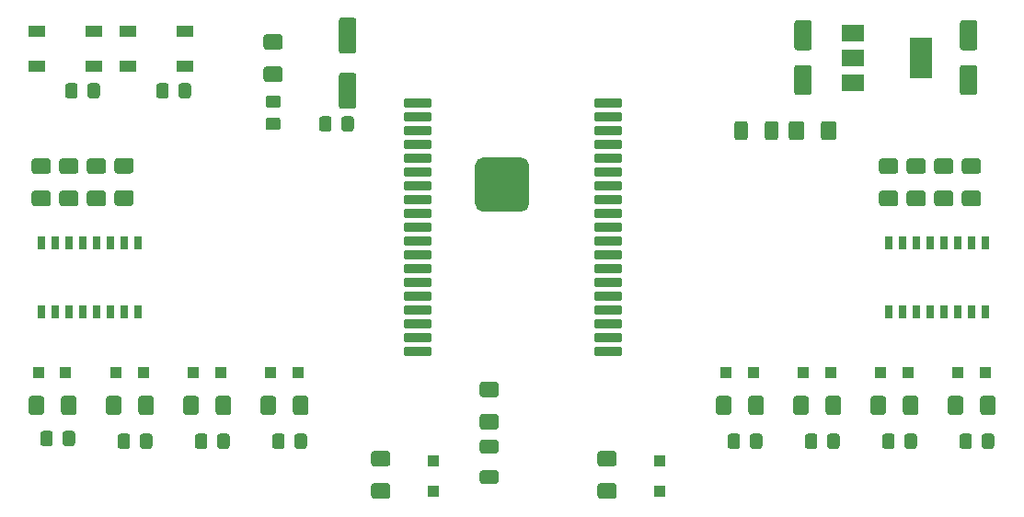
<source format=gbr>
G04 #@! TF.GenerationSoftware,KiCad,Pcbnew,(5.1.6)-1*
G04 #@! TF.CreationDate,2020-11-07T12:23:27+01:00*
G04 #@! TF.ProjectId,8-DI-ESP32-PCB,382d4449-2d45-4535-9033-322d5043422e,rev?*
G04 #@! TF.SameCoordinates,Original*
G04 #@! TF.FileFunction,Paste,Top*
G04 #@! TF.FilePolarity,Positive*
%FSLAX46Y46*%
G04 Gerber Fmt 4.6, Leading zero omitted, Abs format (unit mm)*
G04 Created by KiCad (PCBNEW (5.1.6)-1) date 2020-11-07 12:23:27*
%MOMM*%
%LPD*%
G01*
G04 APERTURE LIST*
%ADD10R,1.549400X0.990600*%
%ADD11R,1.100000X1.100000*%
%ADD12R,2.000000X1.500000*%
%ADD13R,2.000000X3.800000*%
%ADD14R,0.800000X1.300000*%
%ADD15R,1.000000X1.000000*%
G04 APERTURE END LIST*
D10*
X114808000Y-63094002D03*
X114808000Y-66294000D03*
X109557998Y-66294000D03*
X109557998Y-63094002D03*
X106426000Y-63094002D03*
X106426000Y-66294000D03*
X101175998Y-66294000D03*
X101175998Y-63094002D03*
D11*
X158496000Y-105410000D03*
X158496000Y-102610000D03*
X137668000Y-105410000D03*
X137668000Y-102610000D03*
G36*
G01*
X153045000Y-104697500D02*
X154295000Y-104697500D01*
G75*
G02*
X154545000Y-104947500I0J-250000D01*
G01*
X154545000Y-105872500D01*
G75*
G02*
X154295000Y-106122500I-250000J0D01*
G01*
X153045000Y-106122500D01*
G75*
G02*
X152795000Y-105872500I0J250000D01*
G01*
X152795000Y-104947500D01*
G75*
G02*
X153045000Y-104697500I250000J0D01*
G01*
G37*
G36*
G01*
X153045000Y-101722500D02*
X154295000Y-101722500D01*
G75*
G02*
X154545000Y-101972500I0J-250000D01*
G01*
X154545000Y-102897500D01*
G75*
G02*
X154295000Y-103147500I-250000J0D01*
G01*
X153045000Y-103147500D01*
G75*
G02*
X152795000Y-102897500I0J250000D01*
G01*
X152795000Y-101972500D01*
G75*
G02*
X153045000Y-101722500I250000J0D01*
G01*
G37*
G36*
G01*
X132217000Y-104697500D02*
X133467000Y-104697500D01*
G75*
G02*
X133717000Y-104947500I0J-250000D01*
G01*
X133717000Y-105872500D01*
G75*
G02*
X133467000Y-106122500I-250000J0D01*
G01*
X132217000Y-106122500D01*
G75*
G02*
X131967000Y-105872500I0J250000D01*
G01*
X131967000Y-104947500D01*
G75*
G02*
X132217000Y-104697500I250000J0D01*
G01*
G37*
G36*
G01*
X132217000Y-101722500D02*
X133467000Y-101722500D01*
G75*
G02*
X133717000Y-101972500I0J-250000D01*
G01*
X133717000Y-102897500D01*
G75*
G02*
X133467000Y-103147500I-250000J0D01*
G01*
X132217000Y-103147500D01*
G75*
G02*
X131967000Y-102897500I0J250000D01*
G01*
X131967000Y-101972500D01*
G75*
G02*
X132217000Y-101722500I250000J0D01*
G01*
G37*
D12*
X176276000Y-63232000D03*
X176276000Y-67832000D03*
X176276000Y-65532000D03*
D13*
X182576000Y-65532000D03*
G36*
G01*
X141518000Y-78966000D02*
X141518000Y-75466000D01*
G75*
G02*
X142268000Y-74716000I750000J0D01*
G01*
X145768000Y-74716000D01*
G75*
G02*
X146518000Y-75466000I0J-750000D01*
G01*
X146518000Y-78966000D01*
G75*
G02*
X145768000Y-79716000I-750000J0D01*
G01*
X142268000Y-79716000D01*
G75*
G02*
X141518000Y-78966000I0J750000D01*
G01*
G37*
G36*
G01*
X152518000Y-70031000D02*
X152518000Y-69401000D01*
G75*
G02*
X152653000Y-69266000I135000J0D01*
G01*
X154883000Y-69266000D01*
G75*
G02*
X155018000Y-69401000I0J-135000D01*
G01*
X155018000Y-70031000D01*
G75*
G02*
X154883000Y-70166000I-135000J0D01*
G01*
X152653000Y-70166000D01*
G75*
G02*
X152518000Y-70031000I0J135000D01*
G01*
G37*
G36*
G01*
X152518000Y-71301000D02*
X152518000Y-70671000D01*
G75*
G02*
X152653000Y-70536000I135000J0D01*
G01*
X154883000Y-70536000D01*
G75*
G02*
X155018000Y-70671000I0J-135000D01*
G01*
X155018000Y-71301000D01*
G75*
G02*
X154883000Y-71436000I-135000J0D01*
G01*
X152653000Y-71436000D01*
G75*
G02*
X152518000Y-71301000I0J135000D01*
G01*
G37*
G36*
G01*
X152518000Y-72571000D02*
X152518000Y-71941000D01*
G75*
G02*
X152653000Y-71806000I135000J0D01*
G01*
X154883000Y-71806000D01*
G75*
G02*
X155018000Y-71941000I0J-135000D01*
G01*
X155018000Y-72571000D01*
G75*
G02*
X154883000Y-72706000I-135000J0D01*
G01*
X152653000Y-72706000D01*
G75*
G02*
X152518000Y-72571000I0J135000D01*
G01*
G37*
G36*
G01*
X152518000Y-73841000D02*
X152518000Y-73211000D01*
G75*
G02*
X152653000Y-73076000I135000J0D01*
G01*
X154883000Y-73076000D01*
G75*
G02*
X155018000Y-73211000I0J-135000D01*
G01*
X155018000Y-73841000D01*
G75*
G02*
X154883000Y-73976000I-135000J0D01*
G01*
X152653000Y-73976000D01*
G75*
G02*
X152518000Y-73841000I0J135000D01*
G01*
G37*
G36*
G01*
X152518000Y-75111000D02*
X152518000Y-74481000D01*
G75*
G02*
X152653000Y-74346000I135000J0D01*
G01*
X154883000Y-74346000D01*
G75*
G02*
X155018000Y-74481000I0J-135000D01*
G01*
X155018000Y-75111000D01*
G75*
G02*
X154883000Y-75246000I-135000J0D01*
G01*
X152653000Y-75246000D01*
G75*
G02*
X152518000Y-75111000I0J135000D01*
G01*
G37*
G36*
G01*
X152518000Y-76381000D02*
X152518000Y-75751000D01*
G75*
G02*
X152653000Y-75616000I135000J0D01*
G01*
X154883000Y-75616000D01*
G75*
G02*
X155018000Y-75751000I0J-135000D01*
G01*
X155018000Y-76381000D01*
G75*
G02*
X154883000Y-76516000I-135000J0D01*
G01*
X152653000Y-76516000D01*
G75*
G02*
X152518000Y-76381000I0J135000D01*
G01*
G37*
G36*
G01*
X152518000Y-77651000D02*
X152518000Y-77021000D01*
G75*
G02*
X152653000Y-76886000I135000J0D01*
G01*
X154883000Y-76886000D01*
G75*
G02*
X155018000Y-77021000I0J-135000D01*
G01*
X155018000Y-77651000D01*
G75*
G02*
X154883000Y-77786000I-135000J0D01*
G01*
X152653000Y-77786000D01*
G75*
G02*
X152518000Y-77651000I0J135000D01*
G01*
G37*
G36*
G01*
X152518000Y-78921000D02*
X152518000Y-78291000D01*
G75*
G02*
X152653000Y-78156000I135000J0D01*
G01*
X154883000Y-78156000D01*
G75*
G02*
X155018000Y-78291000I0J-135000D01*
G01*
X155018000Y-78921000D01*
G75*
G02*
X154883000Y-79056000I-135000J0D01*
G01*
X152653000Y-79056000D01*
G75*
G02*
X152518000Y-78921000I0J135000D01*
G01*
G37*
G36*
G01*
X152518000Y-80191000D02*
X152518000Y-79561000D01*
G75*
G02*
X152653000Y-79426000I135000J0D01*
G01*
X154883000Y-79426000D01*
G75*
G02*
X155018000Y-79561000I0J-135000D01*
G01*
X155018000Y-80191000D01*
G75*
G02*
X154883000Y-80326000I-135000J0D01*
G01*
X152653000Y-80326000D01*
G75*
G02*
X152518000Y-80191000I0J135000D01*
G01*
G37*
G36*
G01*
X152518000Y-81461000D02*
X152518000Y-80831000D01*
G75*
G02*
X152653000Y-80696000I135000J0D01*
G01*
X154883000Y-80696000D01*
G75*
G02*
X155018000Y-80831000I0J-135000D01*
G01*
X155018000Y-81461000D01*
G75*
G02*
X154883000Y-81596000I-135000J0D01*
G01*
X152653000Y-81596000D01*
G75*
G02*
X152518000Y-81461000I0J135000D01*
G01*
G37*
G36*
G01*
X152518000Y-82731000D02*
X152518000Y-82101000D01*
G75*
G02*
X152653000Y-81966000I135000J0D01*
G01*
X154883000Y-81966000D01*
G75*
G02*
X155018000Y-82101000I0J-135000D01*
G01*
X155018000Y-82731000D01*
G75*
G02*
X154883000Y-82866000I-135000J0D01*
G01*
X152653000Y-82866000D01*
G75*
G02*
X152518000Y-82731000I0J135000D01*
G01*
G37*
G36*
G01*
X152518000Y-84001000D02*
X152518000Y-83371000D01*
G75*
G02*
X152653000Y-83236000I135000J0D01*
G01*
X154883000Y-83236000D01*
G75*
G02*
X155018000Y-83371000I0J-135000D01*
G01*
X155018000Y-84001000D01*
G75*
G02*
X154883000Y-84136000I-135000J0D01*
G01*
X152653000Y-84136000D01*
G75*
G02*
X152518000Y-84001000I0J135000D01*
G01*
G37*
G36*
G01*
X152518000Y-85271000D02*
X152518000Y-84641000D01*
G75*
G02*
X152653000Y-84506000I135000J0D01*
G01*
X154883000Y-84506000D01*
G75*
G02*
X155018000Y-84641000I0J-135000D01*
G01*
X155018000Y-85271000D01*
G75*
G02*
X154883000Y-85406000I-135000J0D01*
G01*
X152653000Y-85406000D01*
G75*
G02*
X152518000Y-85271000I0J135000D01*
G01*
G37*
G36*
G01*
X152518000Y-86541000D02*
X152518000Y-85911000D01*
G75*
G02*
X152653000Y-85776000I135000J0D01*
G01*
X154883000Y-85776000D01*
G75*
G02*
X155018000Y-85911000I0J-135000D01*
G01*
X155018000Y-86541000D01*
G75*
G02*
X154883000Y-86676000I-135000J0D01*
G01*
X152653000Y-86676000D01*
G75*
G02*
X152518000Y-86541000I0J135000D01*
G01*
G37*
G36*
G01*
X152518000Y-87811000D02*
X152518000Y-87181000D01*
G75*
G02*
X152653000Y-87046000I135000J0D01*
G01*
X154883000Y-87046000D01*
G75*
G02*
X155018000Y-87181000I0J-135000D01*
G01*
X155018000Y-87811000D01*
G75*
G02*
X154883000Y-87946000I-135000J0D01*
G01*
X152653000Y-87946000D01*
G75*
G02*
X152518000Y-87811000I0J135000D01*
G01*
G37*
G36*
G01*
X152518000Y-89081000D02*
X152518000Y-88451000D01*
G75*
G02*
X152653000Y-88316000I135000J0D01*
G01*
X154883000Y-88316000D01*
G75*
G02*
X155018000Y-88451000I0J-135000D01*
G01*
X155018000Y-89081000D01*
G75*
G02*
X154883000Y-89216000I-135000J0D01*
G01*
X152653000Y-89216000D01*
G75*
G02*
X152518000Y-89081000I0J135000D01*
G01*
G37*
G36*
G01*
X152518000Y-90351000D02*
X152518000Y-89721000D01*
G75*
G02*
X152653000Y-89586000I135000J0D01*
G01*
X154883000Y-89586000D01*
G75*
G02*
X155018000Y-89721000I0J-135000D01*
G01*
X155018000Y-90351000D01*
G75*
G02*
X154883000Y-90486000I-135000J0D01*
G01*
X152653000Y-90486000D01*
G75*
G02*
X152518000Y-90351000I0J135000D01*
G01*
G37*
G36*
G01*
X152518000Y-91621000D02*
X152518000Y-90991000D01*
G75*
G02*
X152653000Y-90856000I135000J0D01*
G01*
X154883000Y-90856000D01*
G75*
G02*
X155018000Y-90991000I0J-135000D01*
G01*
X155018000Y-91621000D01*
G75*
G02*
X154883000Y-91756000I-135000J0D01*
G01*
X152653000Y-91756000D01*
G75*
G02*
X152518000Y-91621000I0J135000D01*
G01*
G37*
G36*
G01*
X152518000Y-92891000D02*
X152518000Y-92261000D01*
G75*
G02*
X152653000Y-92126000I135000J0D01*
G01*
X154883000Y-92126000D01*
G75*
G02*
X155018000Y-92261000I0J-135000D01*
G01*
X155018000Y-92891000D01*
G75*
G02*
X154883000Y-93026000I-135000J0D01*
G01*
X152653000Y-93026000D01*
G75*
G02*
X152518000Y-92891000I0J135000D01*
G01*
G37*
G36*
G01*
X135018000Y-70031000D02*
X135018000Y-69401000D01*
G75*
G02*
X135153000Y-69266000I135000J0D01*
G01*
X137383000Y-69266000D01*
G75*
G02*
X137518000Y-69401000I0J-135000D01*
G01*
X137518000Y-70031000D01*
G75*
G02*
X137383000Y-70166000I-135000J0D01*
G01*
X135153000Y-70166000D01*
G75*
G02*
X135018000Y-70031000I0J135000D01*
G01*
G37*
G36*
G01*
X135018000Y-71301000D02*
X135018000Y-70671000D01*
G75*
G02*
X135153000Y-70536000I135000J0D01*
G01*
X137383000Y-70536000D01*
G75*
G02*
X137518000Y-70671000I0J-135000D01*
G01*
X137518000Y-71301000D01*
G75*
G02*
X137383000Y-71436000I-135000J0D01*
G01*
X135153000Y-71436000D01*
G75*
G02*
X135018000Y-71301000I0J135000D01*
G01*
G37*
G36*
G01*
X135018000Y-72571000D02*
X135018000Y-71941000D01*
G75*
G02*
X135153000Y-71806000I135000J0D01*
G01*
X137383000Y-71806000D01*
G75*
G02*
X137518000Y-71941000I0J-135000D01*
G01*
X137518000Y-72571000D01*
G75*
G02*
X137383000Y-72706000I-135000J0D01*
G01*
X135153000Y-72706000D01*
G75*
G02*
X135018000Y-72571000I0J135000D01*
G01*
G37*
G36*
G01*
X135018000Y-73841000D02*
X135018000Y-73211000D01*
G75*
G02*
X135153000Y-73076000I135000J0D01*
G01*
X137383000Y-73076000D01*
G75*
G02*
X137518000Y-73211000I0J-135000D01*
G01*
X137518000Y-73841000D01*
G75*
G02*
X137383000Y-73976000I-135000J0D01*
G01*
X135153000Y-73976000D01*
G75*
G02*
X135018000Y-73841000I0J135000D01*
G01*
G37*
G36*
G01*
X135018000Y-75111000D02*
X135018000Y-74481000D01*
G75*
G02*
X135153000Y-74346000I135000J0D01*
G01*
X137383000Y-74346000D01*
G75*
G02*
X137518000Y-74481000I0J-135000D01*
G01*
X137518000Y-75111000D01*
G75*
G02*
X137383000Y-75246000I-135000J0D01*
G01*
X135153000Y-75246000D01*
G75*
G02*
X135018000Y-75111000I0J135000D01*
G01*
G37*
G36*
G01*
X135018000Y-76381000D02*
X135018000Y-75751000D01*
G75*
G02*
X135153000Y-75616000I135000J0D01*
G01*
X137383000Y-75616000D01*
G75*
G02*
X137518000Y-75751000I0J-135000D01*
G01*
X137518000Y-76381000D01*
G75*
G02*
X137383000Y-76516000I-135000J0D01*
G01*
X135153000Y-76516000D01*
G75*
G02*
X135018000Y-76381000I0J135000D01*
G01*
G37*
G36*
G01*
X135018000Y-77651000D02*
X135018000Y-77021000D01*
G75*
G02*
X135153000Y-76886000I135000J0D01*
G01*
X137383000Y-76886000D01*
G75*
G02*
X137518000Y-77021000I0J-135000D01*
G01*
X137518000Y-77651000D01*
G75*
G02*
X137383000Y-77786000I-135000J0D01*
G01*
X135153000Y-77786000D01*
G75*
G02*
X135018000Y-77651000I0J135000D01*
G01*
G37*
G36*
G01*
X135018000Y-78921000D02*
X135018000Y-78291000D01*
G75*
G02*
X135153000Y-78156000I135000J0D01*
G01*
X137383000Y-78156000D01*
G75*
G02*
X137518000Y-78291000I0J-135000D01*
G01*
X137518000Y-78921000D01*
G75*
G02*
X137383000Y-79056000I-135000J0D01*
G01*
X135153000Y-79056000D01*
G75*
G02*
X135018000Y-78921000I0J135000D01*
G01*
G37*
G36*
G01*
X135018000Y-80191000D02*
X135018000Y-79561000D01*
G75*
G02*
X135153000Y-79426000I135000J0D01*
G01*
X137383000Y-79426000D01*
G75*
G02*
X137518000Y-79561000I0J-135000D01*
G01*
X137518000Y-80191000D01*
G75*
G02*
X137383000Y-80326000I-135000J0D01*
G01*
X135153000Y-80326000D01*
G75*
G02*
X135018000Y-80191000I0J135000D01*
G01*
G37*
G36*
G01*
X135018000Y-81461000D02*
X135018000Y-80831000D01*
G75*
G02*
X135153000Y-80696000I135000J0D01*
G01*
X137383000Y-80696000D01*
G75*
G02*
X137518000Y-80831000I0J-135000D01*
G01*
X137518000Y-81461000D01*
G75*
G02*
X137383000Y-81596000I-135000J0D01*
G01*
X135153000Y-81596000D01*
G75*
G02*
X135018000Y-81461000I0J135000D01*
G01*
G37*
G36*
G01*
X135018000Y-82731000D02*
X135018000Y-82101000D01*
G75*
G02*
X135153000Y-81966000I135000J0D01*
G01*
X137383000Y-81966000D01*
G75*
G02*
X137518000Y-82101000I0J-135000D01*
G01*
X137518000Y-82731000D01*
G75*
G02*
X137383000Y-82866000I-135000J0D01*
G01*
X135153000Y-82866000D01*
G75*
G02*
X135018000Y-82731000I0J135000D01*
G01*
G37*
G36*
G01*
X135018000Y-84001000D02*
X135018000Y-83371000D01*
G75*
G02*
X135153000Y-83236000I135000J0D01*
G01*
X137383000Y-83236000D01*
G75*
G02*
X137518000Y-83371000I0J-135000D01*
G01*
X137518000Y-84001000D01*
G75*
G02*
X137383000Y-84136000I-135000J0D01*
G01*
X135153000Y-84136000D01*
G75*
G02*
X135018000Y-84001000I0J135000D01*
G01*
G37*
G36*
G01*
X135018000Y-85271000D02*
X135018000Y-84641000D01*
G75*
G02*
X135153000Y-84506000I135000J0D01*
G01*
X137383000Y-84506000D01*
G75*
G02*
X137518000Y-84641000I0J-135000D01*
G01*
X137518000Y-85271000D01*
G75*
G02*
X137383000Y-85406000I-135000J0D01*
G01*
X135153000Y-85406000D01*
G75*
G02*
X135018000Y-85271000I0J135000D01*
G01*
G37*
G36*
G01*
X135018000Y-86541000D02*
X135018000Y-85911000D01*
G75*
G02*
X135153000Y-85776000I135000J0D01*
G01*
X137383000Y-85776000D01*
G75*
G02*
X137518000Y-85911000I0J-135000D01*
G01*
X137518000Y-86541000D01*
G75*
G02*
X137383000Y-86676000I-135000J0D01*
G01*
X135153000Y-86676000D01*
G75*
G02*
X135018000Y-86541000I0J135000D01*
G01*
G37*
G36*
G01*
X135018000Y-87811000D02*
X135018000Y-87181000D01*
G75*
G02*
X135153000Y-87046000I135000J0D01*
G01*
X137383000Y-87046000D01*
G75*
G02*
X137518000Y-87181000I0J-135000D01*
G01*
X137518000Y-87811000D01*
G75*
G02*
X137383000Y-87946000I-135000J0D01*
G01*
X135153000Y-87946000D01*
G75*
G02*
X135018000Y-87811000I0J135000D01*
G01*
G37*
G36*
G01*
X135018000Y-89081000D02*
X135018000Y-88451000D01*
G75*
G02*
X135153000Y-88316000I135000J0D01*
G01*
X137383000Y-88316000D01*
G75*
G02*
X137518000Y-88451000I0J-135000D01*
G01*
X137518000Y-89081000D01*
G75*
G02*
X137383000Y-89216000I-135000J0D01*
G01*
X135153000Y-89216000D01*
G75*
G02*
X135018000Y-89081000I0J135000D01*
G01*
G37*
G36*
G01*
X135018000Y-90351000D02*
X135018000Y-89721000D01*
G75*
G02*
X135153000Y-89586000I135000J0D01*
G01*
X137383000Y-89586000D01*
G75*
G02*
X137518000Y-89721000I0J-135000D01*
G01*
X137518000Y-90351000D01*
G75*
G02*
X137383000Y-90486000I-135000J0D01*
G01*
X135153000Y-90486000D01*
G75*
G02*
X135018000Y-90351000I0J135000D01*
G01*
G37*
G36*
G01*
X135018000Y-91621000D02*
X135018000Y-90991000D01*
G75*
G02*
X135153000Y-90856000I135000J0D01*
G01*
X137383000Y-90856000D01*
G75*
G02*
X137518000Y-90991000I0J-135000D01*
G01*
X137518000Y-91621000D01*
G75*
G02*
X137383000Y-91756000I-135000J0D01*
G01*
X135153000Y-91756000D01*
G75*
G02*
X135018000Y-91621000I0J135000D01*
G01*
G37*
G36*
G01*
X135018000Y-92891000D02*
X135018000Y-92261000D01*
G75*
G02*
X135153000Y-92126000I135000J0D01*
G01*
X137383000Y-92126000D01*
G75*
G02*
X137518000Y-92261000I0J-135000D01*
G01*
X137518000Y-92891000D01*
G75*
G02*
X137383000Y-93026000I-135000J0D01*
G01*
X135153000Y-93026000D01*
G75*
G02*
X135018000Y-92891000I0J135000D01*
G01*
G37*
D14*
X179578000Y-82600000D03*
X180858000Y-82600000D03*
X182118000Y-82600000D03*
X183388000Y-82600000D03*
X184668000Y-82600000D03*
X185938000Y-82600000D03*
X187198000Y-82600000D03*
X188478000Y-82600000D03*
X188478000Y-88900000D03*
X187198000Y-88900000D03*
X185938000Y-88900000D03*
X184668000Y-88900000D03*
X183388000Y-88900000D03*
X182118000Y-88900000D03*
X180858000Y-88900000D03*
X179578000Y-88900000D03*
X101600000Y-82600000D03*
X102880000Y-82600000D03*
X104140000Y-82600000D03*
X105410000Y-82600000D03*
X106690000Y-82600000D03*
X107960000Y-82600000D03*
X109220000Y-82600000D03*
X110500000Y-82600000D03*
X110500000Y-88900000D03*
X109220000Y-88900000D03*
X107960000Y-88900000D03*
X106690000Y-88900000D03*
X105410000Y-88900000D03*
X104140000Y-88900000D03*
X102880000Y-88900000D03*
X101600000Y-88900000D03*
G36*
G01*
X171806500Y-71615000D02*
X171806500Y-72865000D01*
G75*
G02*
X171556500Y-73115000I-250000J0D01*
G01*
X170631500Y-73115000D01*
G75*
G02*
X170381500Y-72865000I0J250000D01*
G01*
X170381500Y-71615000D01*
G75*
G02*
X170631500Y-71365000I250000J0D01*
G01*
X171556500Y-71365000D01*
G75*
G02*
X171806500Y-71615000I0J-250000D01*
G01*
G37*
G36*
G01*
X174781500Y-71615000D02*
X174781500Y-72865000D01*
G75*
G02*
X174531500Y-73115000I-250000J0D01*
G01*
X173606500Y-73115000D01*
G75*
G02*
X173356500Y-72865000I0J250000D01*
G01*
X173356500Y-71615000D01*
G75*
G02*
X173606500Y-71365000I250000J0D01*
G01*
X174531500Y-71365000D01*
G75*
G02*
X174781500Y-71615000I0J-250000D01*
G01*
G37*
G36*
G01*
X142203000Y-98331500D02*
X143453000Y-98331500D01*
G75*
G02*
X143703000Y-98581500I0J-250000D01*
G01*
X143703000Y-99506500D01*
G75*
G02*
X143453000Y-99756500I-250000J0D01*
G01*
X142203000Y-99756500D01*
G75*
G02*
X141953000Y-99506500I0J250000D01*
G01*
X141953000Y-98581500D01*
G75*
G02*
X142203000Y-98331500I250000J0D01*
G01*
G37*
G36*
G01*
X142203000Y-95356500D02*
X143453000Y-95356500D01*
G75*
G02*
X143703000Y-95606500I0J-250000D01*
G01*
X143703000Y-96531500D01*
G75*
G02*
X143453000Y-96781500I-250000J0D01*
G01*
X142203000Y-96781500D01*
G75*
G02*
X141953000Y-96531500I0J250000D01*
G01*
X141953000Y-95606500D01*
G75*
G02*
X142203000Y-95356500I250000J0D01*
G01*
G37*
G36*
G01*
X122311000Y-66343500D02*
X123561000Y-66343500D01*
G75*
G02*
X123811000Y-66593500I0J-250000D01*
G01*
X123811000Y-67518500D01*
G75*
G02*
X123561000Y-67768500I-250000J0D01*
G01*
X122311000Y-67768500D01*
G75*
G02*
X122061000Y-67518500I0J250000D01*
G01*
X122061000Y-66593500D01*
G75*
G02*
X122311000Y-66343500I250000J0D01*
G01*
G37*
G36*
G01*
X122311000Y-63368500D02*
X123561000Y-63368500D01*
G75*
G02*
X123811000Y-63618500I0J-250000D01*
G01*
X123811000Y-64543500D01*
G75*
G02*
X123561000Y-64793500I-250000J0D01*
G01*
X122311000Y-64793500D01*
G75*
G02*
X122061000Y-64543500I0J250000D01*
G01*
X122061000Y-63618500D01*
G75*
G02*
X122311000Y-63368500I250000J0D01*
G01*
G37*
G36*
G01*
X186573000Y-77773500D02*
X187823000Y-77773500D01*
G75*
G02*
X188073000Y-78023500I0J-250000D01*
G01*
X188073000Y-78948500D01*
G75*
G02*
X187823000Y-79198500I-250000J0D01*
G01*
X186573000Y-79198500D01*
G75*
G02*
X186323000Y-78948500I0J250000D01*
G01*
X186323000Y-78023500D01*
G75*
G02*
X186573000Y-77773500I250000J0D01*
G01*
G37*
G36*
G01*
X186573000Y-74798500D02*
X187823000Y-74798500D01*
G75*
G02*
X188073000Y-75048500I0J-250000D01*
G01*
X188073000Y-75973500D01*
G75*
G02*
X187823000Y-76223500I-250000J0D01*
G01*
X186573000Y-76223500D01*
G75*
G02*
X186323000Y-75973500I0J250000D01*
G01*
X186323000Y-75048500D01*
G75*
G02*
X186573000Y-74798500I250000J0D01*
G01*
G37*
G36*
G01*
X184033000Y-77773500D02*
X185283000Y-77773500D01*
G75*
G02*
X185533000Y-78023500I0J-250000D01*
G01*
X185533000Y-78948500D01*
G75*
G02*
X185283000Y-79198500I-250000J0D01*
G01*
X184033000Y-79198500D01*
G75*
G02*
X183783000Y-78948500I0J250000D01*
G01*
X183783000Y-78023500D01*
G75*
G02*
X184033000Y-77773500I250000J0D01*
G01*
G37*
G36*
G01*
X184033000Y-74798500D02*
X185283000Y-74798500D01*
G75*
G02*
X185533000Y-75048500I0J-250000D01*
G01*
X185533000Y-75973500D01*
G75*
G02*
X185283000Y-76223500I-250000J0D01*
G01*
X184033000Y-76223500D01*
G75*
G02*
X183783000Y-75973500I0J250000D01*
G01*
X183783000Y-75048500D01*
G75*
G02*
X184033000Y-74798500I250000J0D01*
G01*
G37*
G36*
G01*
X181493000Y-77773500D02*
X182743000Y-77773500D01*
G75*
G02*
X182993000Y-78023500I0J-250000D01*
G01*
X182993000Y-78948500D01*
G75*
G02*
X182743000Y-79198500I-250000J0D01*
G01*
X181493000Y-79198500D01*
G75*
G02*
X181243000Y-78948500I0J250000D01*
G01*
X181243000Y-78023500D01*
G75*
G02*
X181493000Y-77773500I250000J0D01*
G01*
G37*
G36*
G01*
X181493000Y-74798500D02*
X182743000Y-74798500D01*
G75*
G02*
X182993000Y-75048500I0J-250000D01*
G01*
X182993000Y-75973500D01*
G75*
G02*
X182743000Y-76223500I-250000J0D01*
G01*
X181493000Y-76223500D01*
G75*
G02*
X181243000Y-75973500I0J250000D01*
G01*
X181243000Y-75048500D01*
G75*
G02*
X181493000Y-74798500I250000J0D01*
G01*
G37*
G36*
G01*
X178953000Y-77773500D02*
X180203000Y-77773500D01*
G75*
G02*
X180453000Y-78023500I0J-250000D01*
G01*
X180453000Y-78948500D01*
G75*
G02*
X180203000Y-79198500I-250000J0D01*
G01*
X178953000Y-79198500D01*
G75*
G02*
X178703000Y-78948500I0J250000D01*
G01*
X178703000Y-78023500D01*
G75*
G02*
X178953000Y-77773500I250000J0D01*
G01*
G37*
G36*
G01*
X178953000Y-74798500D02*
X180203000Y-74798500D01*
G75*
G02*
X180453000Y-75048500I0J-250000D01*
G01*
X180453000Y-75973500D01*
G75*
G02*
X180203000Y-76223500I-250000J0D01*
G01*
X178953000Y-76223500D01*
G75*
G02*
X178703000Y-75973500I0J250000D01*
G01*
X178703000Y-75048500D01*
G75*
G02*
X178953000Y-74798500I250000J0D01*
G01*
G37*
G36*
G01*
X108595000Y-77737000D02*
X109845000Y-77737000D01*
G75*
G02*
X110095000Y-77987000I0J-250000D01*
G01*
X110095000Y-78912000D01*
G75*
G02*
X109845000Y-79162000I-250000J0D01*
G01*
X108595000Y-79162000D01*
G75*
G02*
X108345000Y-78912000I0J250000D01*
G01*
X108345000Y-77987000D01*
G75*
G02*
X108595000Y-77737000I250000J0D01*
G01*
G37*
G36*
G01*
X108595000Y-74762000D02*
X109845000Y-74762000D01*
G75*
G02*
X110095000Y-75012000I0J-250000D01*
G01*
X110095000Y-75937000D01*
G75*
G02*
X109845000Y-76187000I-250000J0D01*
G01*
X108595000Y-76187000D01*
G75*
G02*
X108345000Y-75937000I0J250000D01*
G01*
X108345000Y-75012000D01*
G75*
G02*
X108595000Y-74762000I250000J0D01*
G01*
G37*
G36*
G01*
X106055000Y-77773500D02*
X107305000Y-77773500D01*
G75*
G02*
X107555000Y-78023500I0J-250000D01*
G01*
X107555000Y-78948500D01*
G75*
G02*
X107305000Y-79198500I-250000J0D01*
G01*
X106055000Y-79198500D01*
G75*
G02*
X105805000Y-78948500I0J250000D01*
G01*
X105805000Y-78023500D01*
G75*
G02*
X106055000Y-77773500I250000J0D01*
G01*
G37*
G36*
G01*
X106055000Y-74798500D02*
X107305000Y-74798500D01*
G75*
G02*
X107555000Y-75048500I0J-250000D01*
G01*
X107555000Y-75973500D01*
G75*
G02*
X107305000Y-76223500I-250000J0D01*
G01*
X106055000Y-76223500D01*
G75*
G02*
X105805000Y-75973500I0J250000D01*
G01*
X105805000Y-75048500D01*
G75*
G02*
X106055000Y-74798500I250000J0D01*
G01*
G37*
G36*
G01*
X103515000Y-77773500D02*
X104765000Y-77773500D01*
G75*
G02*
X105015000Y-78023500I0J-250000D01*
G01*
X105015000Y-78948500D01*
G75*
G02*
X104765000Y-79198500I-250000J0D01*
G01*
X103515000Y-79198500D01*
G75*
G02*
X103265000Y-78948500I0J250000D01*
G01*
X103265000Y-78023500D01*
G75*
G02*
X103515000Y-77773500I250000J0D01*
G01*
G37*
G36*
G01*
X103515000Y-74798500D02*
X104765000Y-74798500D01*
G75*
G02*
X105015000Y-75048500I0J-250000D01*
G01*
X105015000Y-75973500D01*
G75*
G02*
X104765000Y-76223500I-250000J0D01*
G01*
X103515000Y-76223500D01*
G75*
G02*
X103265000Y-75973500I0J250000D01*
G01*
X103265000Y-75048500D01*
G75*
G02*
X103515000Y-74798500I250000J0D01*
G01*
G37*
G36*
G01*
X100975000Y-77773500D02*
X102225000Y-77773500D01*
G75*
G02*
X102475000Y-78023500I0J-250000D01*
G01*
X102475000Y-78948500D01*
G75*
G02*
X102225000Y-79198500I-250000J0D01*
G01*
X100975000Y-79198500D01*
G75*
G02*
X100725000Y-78948500I0J250000D01*
G01*
X100725000Y-78023500D01*
G75*
G02*
X100975000Y-77773500I250000J0D01*
G01*
G37*
G36*
G01*
X100975000Y-74798500D02*
X102225000Y-74798500D01*
G75*
G02*
X102475000Y-75048500I0J-250000D01*
G01*
X102475000Y-75973500D01*
G75*
G02*
X102225000Y-76223500I-250000J0D01*
G01*
X100975000Y-76223500D01*
G75*
G02*
X100725000Y-75973500I0J250000D01*
G01*
X100725000Y-75048500D01*
G75*
G02*
X100975000Y-74798500I250000J0D01*
G01*
G37*
G36*
G01*
X188009500Y-98161000D02*
X188009500Y-96911000D01*
G75*
G02*
X188259500Y-96661000I250000J0D01*
G01*
X189184500Y-96661000D01*
G75*
G02*
X189434500Y-96911000I0J-250000D01*
G01*
X189434500Y-98161000D01*
G75*
G02*
X189184500Y-98411000I-250000J0D01*
G01*
X188259500Y-98411000D01*
G75*
G02*
X188009500Y-98161000I0J250000D01*
G01*
G37*
G36*
G01*
X185034500Y-98161000D02*
X185034500Y-96911000D01*
G75*
G02*
X185284500Y-96661000I250000J0D01*
G01*
X186209500Y-96661000D01*
G75*
G02*
X186459500Y-96911000I0J-250000D01*
G01*
X186459500Y-98161000D01*
G75*
G02*
X186209500Y-98411000I-250000J0D01*
G01*
X185284500Y-98411000D01*
G75*
G02*
X185034500Y-98161000I0J250000D01*
G01*
G37*
G36*
G01*
X180897500Y-98161000D02*
X180897500Y-96911000D01*
G75*
G02*
X181147500Y-96661000I250000J0D01*
G01*
X182072500Y-96661000D01*
G75*
G02*
X182322500Y-96911000I0J-250000D01*
G01*
X182322500Y-98161000D01*
G75*
G02*
X182072500Y-98411000I-250000J0D01*
G01*
X181147500Y-98411000D01*
G75*
G02*
X180897500Y-98161000I0J250000D01*
G01*
G37*
G36*
G01*
X177922500Y-98161000D02*
X177922500Y-96911000D01*
G75*
G02*
X178172500Y-96661000I250000J0D01*
G01*
X179097500Y-96661000D01*
G75*
G02*
X179347500Y-96911000I0J-250000D01*
G01*
X179347500Y-98161000D01*
G75*
G02*
X179097500Y-98411000I-250000J0D01*
G01*
X178172500Y-98411000D01*
G75*
G02*
X177922500Y-98161000I0J250000D01*
G01*
G37*
G36*
G01*
X173785500Y-98161000D02*
X173785500Y-96911000D01*
G75*
G02*
X174035500Y-96661000I250000J0D01*
G01*
X174960500Y-96661000D01*
G75*
G02*
X175210500Y-96911000I0J-250000D01*
G01*
X175210500Y-98161000D01*
G75*
G02*
X174960500Y-98411000I-250000J0D01*
G01*
X174035500Y-98411000D01*
G75*
G02*
X173785500Y-98161000I0J250000D01*
G01*
G37*
G36*
G01*
X170810500Y-98161000D02*
X170810500Y-96911000D01*
G75*
G02*
X171060500Y-96661000I250000J0D01*
G01*
X171985500Y-96661000D01*
G75*
G02*
X172235500Y-96911000I0J-250000D01*
G01*
X172235500Y-98161000D01*
G75*
G02*
X171985500Y-98411000I-250000J0D01*
G01*
X171060500Y-98411000D01*
G75*
G02*
X170810500Y-98161000I0J250000D01*
G01*
G37*
G36*
G01*
X166673500Y-98161000D02*
X166673500Y-96911000D01*
G75*
G02*
X166923500Y-96661000I250000J0D01*
G01*
X167848500Y-96661000D01*
G75*
G02*
X168098500Y-96911000I0J-250000D01*
G01*
X168098500Y-98161000D01*
G75*
G02*
X167848500Y-98411000I-250000J0D01*
G01*
X166923500Y-98411000D01*
G75*
G02*
X166673500Y-98161000I0J250000D01*
G01*
G37*
G36*
G01*
X163698500Y-98161000D02*
X163698500Y-96911000D01*
G75*
G02*
X163948500Y-96661000I250000J0D01*
G01*
X164873500Y-96661000D01*
G75*
G02*
X165123500Y-96911000I0J-250000D01*
G01*
X165123500Y-98161000D01*
G75*
G02*
X164873500Y-98411000I-250000J0D01*
G01*
X163948500Y-98411000D01*
G75*
G02*
X163698500Y-98161000I0J250000D01*
G01*
G37*
G36*
G01*
X124763500Y-98161000D02*
X124763500Y-96911000D01*
G75*
G02*
X125013500Y-96661000I250000J0D01*
G01*
X125938500Y-96661000D01*
G75*
G02*
X126188500Y-96911000I0J-250000D01*
G01*
X126188500Y-98161000D01*
G75*
G02*
X125938500Y-98411000I-250000J0D01*
G01*
X125013500Y-98411000D01*
G75*
G02*
X124763500Y-98161000I0J250000D01*
G01*
G37*
G36*
G01*
X121788500Y-98161000D02*
X121788500Y-96911000D01*
G75*
G02*
X122038500Y-96661000I250000J0D01*
G01*
X122963500Y-96661000D01*
G75*
G02*
X123213500Y-96911000I0J-250000D01*
G01*
X123213500Y-98161000D01*
G75*
G02*
X122963500Y-98411000I-250000J0D01*
G01*
X122038500Y-98411000D01*
G75*
G02*
X121788500Y-98161000I0J250000D01*
G01*
G37*
G36*
G01*
X117651500Y-98161000D02*
X117651500Y-96911000D01*
G75*
G02*
X117901500Y-96661000I250000J0D01*
G01*
X118826500Y-96661000D01*
G75*
G02*
X119076500Y-96911000I0J-250000D01*
G01*
X119076500Y-98161000D01*
G75*
G02*
X118826500Y-98411000I-250000J0D01*
G01*
X117901500Y-98411000D01*
G75*
G02*
X117651500Y-98161000I0J250000D01*
G01*
G37*
G36*
G01*
X114676500Y-98161000D02*
X114676500Y-96911000D01*
G75*
G02*
X114926500Y-96661000I250000J0D01*
G01*
X115851500Y-96661000D01*
G75*
G02*
X116101500Y-96911000I0J-250000D01*
G01*
X116101500Y-98161000D01*
G75*
G02*
X115851500Y-98411000I-250000J0D01*
G01*
X114926500Y-98411000D01*
G75*
G02*
X114676500Y-98161000I0J250000D01*
G01*
G37*
G36*
G01*
X110539500Y-98161000D02*
X110539500Y-96911000D01*
G75*
G02*
X110789500Y-96661000I250000J0D01*
G01*
X111714500Y-96661000D01*
G75*
G02*
X111964500Y-96911000I0J-250000D01*
G01*
X111964500Y-98161000D01*
G75*
G02*
X111714500Y-98411000I-250000J0D01*
G01*
X110789500Y-98411000D01*
G75*
G02*
X110539500Y-98161000I0J250000D01*
G01*
G37*
G36*
G01*
X107564500Y-98161000D02*
X107564500Y-96911000D01*
G75*
G02*
X107814500Y-96661000I250000J0D01*
G01*
X108739500Y-96661000D01*
G75*
G02*
X108989500Y-96911000I0J-250000D01*
G01*
X108989500Y-98161000D01*
G75*
G02*
X108739500Y-98411000I-250000J0D01*
G01*
X107814500Y-98411000D01*
G75*
G02*
X107564500Y-98161000I0J250000D01*
G01*
G37*
G36*
G01*
X103427500Y-98161000D02*
X103427500Y-96911000D01*
G75*
G02*
X103677500Y-96661000I250000J0D01*
G01*
X104602500Y-96661000D01*
G75*
G02*
X104852500Y-96911000I0J-250000D01*
G01*
X104852500Y-98161000D01*
G75*
G02*
X104602500Y-98411000I-250000J0D01*
G01*
X103677500Y-98411000D01*
G75*
G02*
X103427500Y-98161000I0J250000D01*
G01*
G37*
G36*
G01*
X100452500Y-98161000D02*
X100452500Y-96911000D01*
G75*
G02*
X100702500Y-96661000I250000J0D01*
G01*
X101627500Y-96661000D01*
G75*
G02*
X101877500Y-96911000I0J-250000D01*
G01*
X101877500Y-98161000D01*
G75*
G02*
X101627500Y-98411000I-250000J0D01*
G01*
X100702500Y-98411000D01*
G75*
G02*
X100452500Y-98161000I0J250000D01*
G01*
G37*
G36*
G01*
X168183000Y-72865000D02*
X168183000Y-71615000D01*
G75*
G02*
X168433000Y-71365000I250000J0D01*
G01*
X169183000Y-71365000D01*
G75*
G02*
X169433000Y-71615000I0J-250000D01*
G01*
X169433000Y-72865000D01*
G75*
G02*
X169183000Y-73115000I-250000J0D01*
G01*
X168433000Y-73115000D01*
G75*
G02*
X168183000Y-72865000I0J250000D01*
G01*
G37*
G36*
G01*
X165383000Y-72865000D02*
X165383000Y-71615000D01*
G75*
G02*
X165633000Y-71365000I250000J0D01*
G01*
X166383000Y-71365000D01*
G75*
G02*
X166633000Y-71615000I0J-250000D01*
G01*
X166633000Y-72865000D01*
G75*
G02*
X166383000Y-73115000I-250000J0D01*
G01*
X165633000Y-73115000D01*
G75*
G02*
X165383000Y-72865000I0J250000D01*
G01*
G37*
G36*
G01*
X143453000Y-101955000D02*
X142203000Y-101955000D01*
G75*
G02*
X141953000Y-101705000I0J250000D01*
G01*
X141953000Y-100955000D01*
G75*
G02*
X142203000Y-100705000I250000J0D01*
G01*
X143453000Y-100705000D01*
G75*
G02*
X143703000Y-100955000I0J-250000D01*
G01*
X143703000Y-101705000D01*
G75*
G02*
X143453000Y-101955000I-250000J0D01*
G01*
G37*
G36*
G01*
X143453000Y-104755000D02*
X142203000Y-104755000D01*
G75*
G02*
X141953000Y-104505000I0J250000D01*
G01*
X141953000Y-103755000D01*
G75*
G02*
X142203000Y-103505000I250000J0D01*
G01*
X143453000Y-103505000D01*
G75*
G02*
X143703000Y-103755000I0J-250000D01*
G01*
X143703000Y-104505000D01*
G75*
G02*
X143453000Y-104755000I-250000J0D01*
G01*
G37*
D15*
X185968000Y-94488000D03*
X188468000Y-94488000D03*
X178856000Y-94488000D03*
X181356000Y-94488000D03*
X171744000Y-94488000D03*
X174244000Y-94488000D03*
X164632000Y-94488000D03*
X167132000Y-94488000D03*
X122722000Y-94488000D03*
X125222000Y-94488000D03*
X115610000Y-94488000D03*
X118110000Y-94488000D03*
X108498000Y-94488000D03*
X110998000Y-94488000D03*
X101346000Y-94488000D03*
X103846000Y-94488000D03*
G36*
G01*
X113333000Y-68129999D02*
X113333000Y-69030001D01*
G75*
G02*
X113083001Y-69280000I-249999J0D01*
G01*
X112432999Y-69280000D01*
G75*
G02*
X112183000Y-69030001I0J249999D01*
G01*
X112183000Y-68129999D01*
G75*
G02*
X112432999Y-67880000I249999J0D01*
G01*
X113083001Y-67880000D01*
G75*
G02*
X113333000Y-68129999I0J-249999D01*
G01*
G37*
G36*
G01*
X115383000Y-68129999D02*
X115383000Y-69030001D01*
G75*
G02*
X115133001Y-69280000I-249999J0D01*
G01*
X114482999Y-69280000D01*
G75*
G02*
X114233000Y-69030001I0J249999D01*
G01*
X114233000Y-68129999D01*
G75*
G02*
X114482999Y-67880000I249999J0D01*
G01*
X115133001Y-67880000D01*
G75*
G02*
X115383000Y-68129999I0J-249999D01*
G01*
G37*
G36*
G01*
X104951000Y-68129999D02*
X104951000Y-69030001D01*
G75*
G02*
X104701001Y-69280000I-249999J0D01*
G01*
X104050999Y-69280000D01*
G75*
G02*
X103801000Y-69030001I0J249999D01*
G01*
X103801000Y-68129999D01*
G75*
G02*
X104050999Y-67880000I249999J0D01*
G01*
X104701001Y-67880000D01*
G75*
G02*
X104951000Y-68129999I0J-249999D01*
G01*
G37*
G36*
G01*
X107001000Y-68129999D02*
X107001000Y-69030001D01*
G75*
G02*
X106751001Y-69280000I-249999J0D01*
G01*
X106100999Y-69280000D01*
G75*
G02*
X105851000Y-69030001I0J249999D01*
G01*
X105851000Y-68129999D01*
G75*
G02*
X106100999Y-67880000I249999J0D01*
G01*
X106751001Y-67880000D01*
G75*
G02*
X107001000Y-68129999I0J-249999D01*
G01*
G37*
G36*
G01*
X187494000Y-64857000D02*
X186394000Y-64857000D01*
G75*
G02*
X186144000Y-64607000I0J250000D01*
G01*
X186144000Y-62332000D01*
G75*
G02*
X186394000Y-62082000I250000J0D01*
G01*
X187494000Y-62082000D01*
G75*
G02*
X187744000Y-62332000I0J-250000D01*
G01*
X187744000Y-64607000D01*
G75*
G02*
X187494000Y-64857000I-250000J0D01*
G01*
G37*
G36*
G01*
X187494000Y-68982000D02*
X186394000Y-68982000D01*
G75*
G02*
X186144000Y-68732000I0J250000D01*
G01*
X186144000Y-66457000D01*
G75*
G02*
X186394000Y-66207000I250000J0D01*
G01*
X187494000Y-66207000D01*
G75*
G02*
X187744000Y-66457000I0J-250000D01*
G01*
X187744000Y-68732000D01*
G75*
G02*
X187494000Y-68982000I-250000J0D01*
G01*
G37*
G36*
G01*
X122485999Y-71053000D02*
X123386001Y-71053000D01*
G75*
G02*
X123636000Y-71302999I0J-249999D01*
G01*
X123636000Y-71953001D01*
G75*
G02*
X123386001Y-72203000I-249999J0D01*
G01*
X122485999Y-72203000D01*
G75*
G02*
X122236000Y-71953001I0J249999D01*
G01*
X122236000Y-71302999D01*
G75*
G02*
X122485999Y-71053000I249999J0D01*
G01*
G37*
G36*
G01*
X122485999Y-69003000D02*
X123386001Y-69003000D01*
G75*
G02*
X123636000Y-69252999I0J-249999D01*
G01*
X123636000Y-69903001D01*
G75*
G02*
X123386001Y-70153000I-249999J0D01*
G01*
X122485999Y-70153000D01*
G75*
G02*
X122236000Y-69903001I0J249999D01*
G01*
X122236000Y-69252999D01*
G75*
G02*
X122485999Y-69003000I249999J0D01*
G01*
G37*
G36*
G01*
X128319000Y-71177999D02*
X128319000Y-72078001D01*
G75*
G02*
X128069001Y-72328000I-249999J0D01*
G01*
X127418999Y-72328000D01*
G75*
G02*
X127169000Y-72078001I0J249999D01*
G01*
X127169000Y-71177999D01*
G75*
G02*
X127418999Y-70928000I249999J0D01*
G01*
X128069001Y-70928000D01*
G75*
G02*
X128319000Y-71177999I0J-249999D01*
G01*
G37*
G36*
G01*
X130369000Y-71177999D02*
X130369000Y-72078001D01*
G75*
G02*
X130119001Y-72328000I-249999J0D01*
G01*
X129468999Y-72328000D01*
G75*
G02*
X129219000Y-72078001I0J249999D01*
G01*
X129219000Y-71177999D01*
G75*
G02*
X129468999Y-70928000I249999J0D01*
G01*
X130119001Y-70928000D01*
G75*
G02*
X130369000Y-71177999I0J-249999D01*
G01*
G37*
G36*
G01*
X130344000Y-65167500D02*
X129244000Y-65167500D01*
G75*
G02*
X128994000Y-64917500I0J250000D01*
G01*
X128994000Y-62092500D01*
G75*
G02*
X129244000Y-61842500I250000J0D01*
G01*
X130344000Y-61842500D01*
G75*
G02*
X130594000Y-62092500I0J-250000D01*
G01*
X130594000Y-64917500D01*
G75*
G02*
X130344000Y-65167500I-250000J0D01*
G01*
G37*
G36*
G01*
X130344000Y-70242500D02*
X129244000Y-70242500D01*
G75*
G02*
X128994000Y-69992500I0J250000D01*
G01*
X128994000Y-67167500D01*
G75*
G02*
X129244000Y-66917500I250000J0D01*
G01*
X130344000Y-66917500D01*
G75*
G02*
X130594000Y-67167500I0J-250000D01*
G01*
X130594000Y-69992500D01*
G75*
G02*
X130344000Y-70242500I-250000J0D01*
G01*
G37*
G36*
G01*
X172254000Y-64857000D02*
X171154000Y-64857000D01*
G75*
G02*
X170904000Y-64607000I0J250000D01*
G01*
X170904000Y-62332000D01*
G75*
G02*
X171154000Y-62082000I250000J0D01*
G01*
X172254000Y-62082000D01*
G75*
G02*
X172504000Y-62332000I0J-250000D01*
G01*
X172504000Y-64607000D01*
G75*
G02*
X172254000Y-64857000I-250000J0D01*
G01*
G37*
G36*
G01*
X172254000Y-68982000D02*
X171154000Y-68982000D01*
G75*
G02*
X170904000Y-68732000I0J250000D01*
G01*
X170904000Y-66457000D01*
G75*
G02*
X171154000Y-66207000I250000J0D01*
G01*
X172254000Y-66207000D01*
G75*
G02*
X172504000Y-66457000I0J-250000D01*
G01*
X172504000Y-68732000D01*
G75*
G02*
X172254000Y-68982000I-250000J0D01*
G01*
G37*
G36*
G01*
X187247000Y-100387999D02*
X187247000Y-101288001D01*
G75*
G02*
X186997001Y-101538000I-249999J0D01*
G01*
X186346999Y-101538000D01*
G75*
G02*
X186097000Y-101288001I0J249999D01*
G01*
X186097000Y-100387999D01*
G75*
G02*
X186346999Y-100138000I249999J0D01*
G01*
X186997001Y-100138000D01*
G75*
G02*
X187247000Y-100387999I0J-249999D01*
G01*
G37*
G36*
G01*
X189297000Y-100387999D02*
X189297000Y-101288001D01*
G75*
G02*
X189047001Y-101538000I-249999J0D01*
G01*
X188396999Y-101538000D01*
G75*
G02*
X188147000Y-101288001I0J249999D01*
G01*
X188147000Y-100387999D01*
G75*
G02*
X188396999Y-100138000I249999J0D01*
G01*
X189047001Y-100138000D01*
G75*
G02*
X189297000Y-100387999I0J-249999D01*
G01*
G37*
G36*
G01*
X180135000Y-100387999D02*
X180135000Y-101288001D01*
G75*
G02*
X179885001Y-101538000I-249999J0D01*
G01*
X179234999Y-101538000D01*
G75*
G02*
X178985000Y-101288001I0J249999D01*
G01*
X178985000Y-100387999D01*
G75*
G02*
X179234999Y-100138000I249999J0D01*
G01*
X179885001Y-100138000D01*
G75*
G02*
X180135000Y-100387999I0J-249999D01*
G01*
G37*
G36*
G01*
X182185000Y-100387999D02*
X182185000Y-101288001D01*
G75*
G02*
X181935001Y-101538000I-249999J0D01*
G01*
X181284999Y-101538000D01*
G75*
G02*
X181035000Y-101288001I0J249999D01*
G01*
X181035000Y-100387999D01*
G75*
G02*
X181284999Y-100138000I249999J0D01*
G01*
X181935001Y-100138000D01*
G75*
G02*
X182185000Y-100387999I0J-249999D01*
G01*
G37*
G36*
G01*
X173023000Y-100387999D02*
X173023000Y-101288001D01*
G75*
G02*
X172773001Y-101538000I-249999J0D01*
G01*
X172122999Y-101538000D01*
G75*
G02*
X171873000Y-101288001I0J249999D01*
G01*
X171873000Y-100387999D01*
G75*
G02*
X172122999Y-100138000I249999J0D01*
G01*
X172773001Y-100138000D01*
G75*
G02*
X173023000Y-100387999I0J-249999D01*
G01*
G37*
G36*
G01*
X175073000Y-100387999D02*
X175073000Y-101288001D01*
G75*
G02*
X174823001Y-101538000I-249999J0D01*
G01*
X174172999Y-101538000D01*
G75*
G02*
X173923000Y-101288001I0J249999D01*
G01*
X173923000Y-100387999D01*
G75*
G02*
X174172999Y-100138000I249999J0D01*
G01*
X174823001Y-100138000D01*
G75*
G02*
X175073000Y-100387999I0J-249999D01*
G01*
G37*
G36*
G01*
X165911000Y-100387999D02*
X165911000Y-101288001D01*
G75*
G02*
X165661001Y-101538000I-249999J0D01*
G01*
X165010999Y-101538000D01*
G75*
G02*
X164761000Y-101288001I0J249999D01*
G01*
X164761000Y-100387999D01*
G75*
G02*
X165010999Y-100138000I249999J0D01*
G01*
X165661001Y-100138000D01*
G75*
G02*
X165911000Y-100387999I0J-249999D01*
G01*
G37*
G36*
G01*
X167961000Y-100387999D02*
X167961000Y-101288001D01*
G75*
G02*
X167711001Y-101538000I-249999J0D01*
G01*
X167060999Y-101538000D01*
G75*
G02*
X166811000Y-101288001I0J249999D01*
G01*
X166811000Y-100387999D01*
G75*
G02*
X167060999Y-100138000I249999J0D01*
G01*
X167711001Y-100138000D01*
G75*
G02*
X167961000Y-100387999I0J-249999D01*
G01*
G37*
G36*
G01*
X124001000Y-100387999D02*
X124001000Y-101288001D01*
G75*
G02*
X123751001Y-101538000I-249999J0D01*
G01*
X123100999Y-101538000D01*
G75*
G02*
X122851000Y-101288001I0J249999D01*
G01*
X122851000Y-100387999D01*
G75*
G02*
X123100999Y-100138000I249999J0D01*
G01*
X123751001Y-100138000D01*
G75*
G02*
X124001000Y-100387999I0J-249999D01*
G01*
G37*
G36*
G01*
X126051000Y-100387999D02*
X126051000Y-101288001D01*
G75*
G02*
X125801001Y-101538000I-249999J0D01*
G01*
X125150999Y-101538000D01*
G75*
G02*
X124901000Y-101288001I0J249999D01*
G01*
X124901000Y-100387999D01*
G75*
G02*
X125150999Y-100138000I249999J0D01*
G01*
X125801001Y-100138000D01*
G75*
G02*
X126051000Y-100387999I0J-249999D01*
G01*
G37*
G36*
G01*
X116889000Y-100387999D02*
X116889000Y-101288001D01*
G75*
G02*
X116639001Y-101538000I-249999J0D01*
G01*
X115988999Y-101538000D01*
G75*
G02*
X115739000Y-101288001I0J249999D01*
G01*
X115739000Y-100387999D01*
G75*
G02*
X115988999Y-100138000I249999J0D01*
G01*
X116639001Y-100138000D01*
G75*
G02*
X116889000Y-100387999I0J-249999D01*
G01*
G37*
G36*
G01*
X118939000Y-100387999D02*
X118939000Y-101288001D01*
G75*
G02*
X118689001Y-101538000I-249999J0D01*
G01*
X118038999Y-101538000D01*
G75*
G02*
X117789000Y-101288001I0J249999D01*
G01*
X117789000Y-100387999D01*
G75*
G02*
X118038999Y-100138000I249999J0D01*
G01*
X118689001Y-100138000D01*
G75*
G02*
X118939000Y-100387999I0J-249999D01*
G01*
G37*
G36*
G01*
X109777000Y-100387999D02*
X109777000Y-101288001D01*
G75*
G02*
X109527001Y-101538000I-249999J0D01*
G01*
X108876999Y-101538000D01*
G75*
G02*
X108627000Y-101288001I0J249999D01*
G01*
X108627000Y-100387999D01*
G75*
G02*
X108876999Y-100138000I249999J0D01*
G01*
X109527001Y-100138000D01*
G75*
G02*
X109777000Y-100387999I0J-249999D01*
G01*
G37*
G36*
G01*
X111827000Y-100387999D02*
X111827000Y-101288001D01*
G75*
G02*
X111577001Y-101538000I-249999J0D01*
G01*
X110926999Y-101538000D01*
G75*
G02*
X110677000Y-101288001I0J249999D01*
G01*
X110677000Y-100387999D01*
G75*
G02*
X110926999Y-100138000I249999J0D01*
G01*
X111577001Y-100138000D01*
G75*
G02*
X111827000Y-100387999I0J-249999D01*
G01*
G37*
G36*
G01*
X102665000Y-100133999D02*
X102665000Y-101034001D01*
G75*
G02*
X102415001Y-101284000I-249999J0D01*
G01*
X101764999Y-101284000D01*
G75*
G02*
X101515000Y-101034001I0J249999D01*
G01*
X101515000Y-100133999D01*
G75*
G02*
X101764999Y-99884000I249999J0D01*
G01*
X102415001Y-99884000D01*
G75*
G02*
X102665000Y-100133999I0J-249999D01*
G01*
G37*
G36*
G01*
X104715000Y-100133999D02*
X104715000Y-101034001D01*
G75*
G02*
X104465001Y-101284000I-249999J0D01*
G01*
X103814999Y-101284000D01*
G75*
G02*
X103565000Y-101034001I0J249999D01*
G01*
X103565000Y-100133999D01*
G75*
G02*
X103814999Y-99884000I249999J0D01*
G01*
X104465001Y-99884000D01*
G75*
G02*
X104715000Y-100133999I0J-249999D01*
G01*
G37*
M02*

</source>
